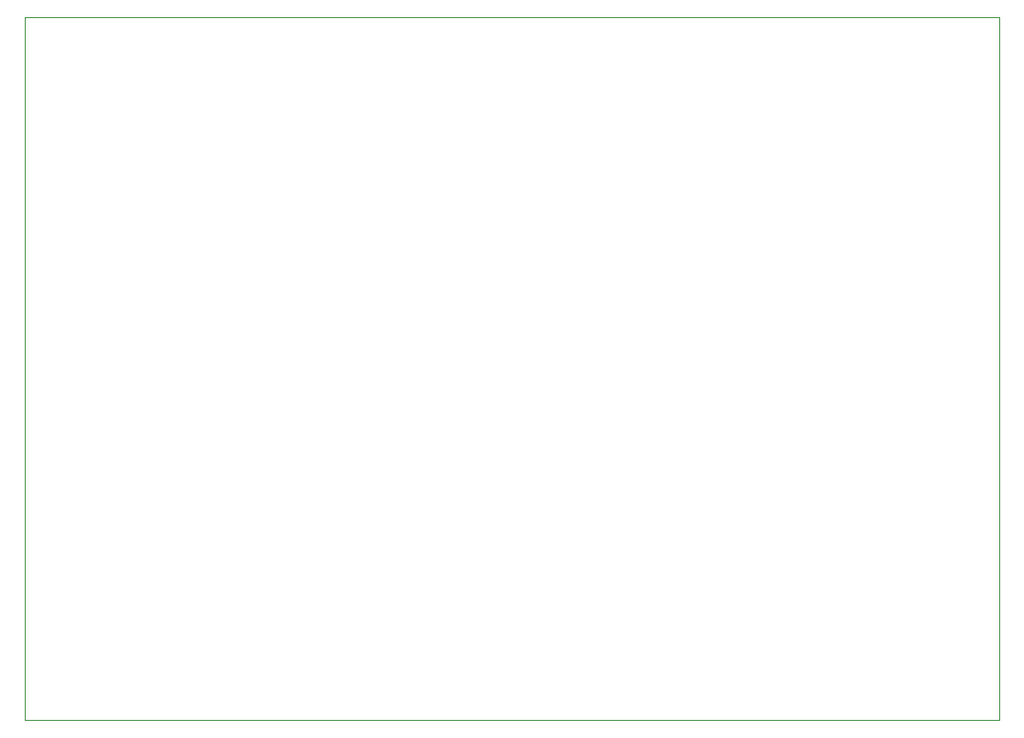
<source format=gbr>
%TF.GenerationSoftware,KiCad,Pcbnew,7.0.11+dfsg-1build4*%
%TF.CreationDate,2025-05-03T14:01:42-04:00*%
%TF.ProjectId,Peripherals Board,50657269-7068-4657-9261-6c7320426f61,rev?*%
%TF.SameCoordinates,Original*%
%TF.FileFunction,Profile,NP*%
%FSLAX46Y46*%
G04 Gerber Fmt 4.6, Leading zero omitted, Abs format (unit mm)*
G04 Created by KiCad (PCBNEW 7.0.11+dfsg-1build4) date 2025-05-03 14:01:42*
%MOMM*%
%LPD*%
G01*
G04 APERTURE LIST*
%TA.AperFunction,Profile*%
%ADD10C,0.050000*%
%TD*%
G04 APERTURE END LIST*
D10*
X183134000Y-129794000D02*
X96520000Y-129794000D01*
X96520000Y-67310000D02*
X183134000Y-67310000D01*
X96520000Y-129794000D02*
X96520000Y-67310000D01*
X183134000Y-67310000D02*
X183134000Y-129794000D01*
M02*

</source>
